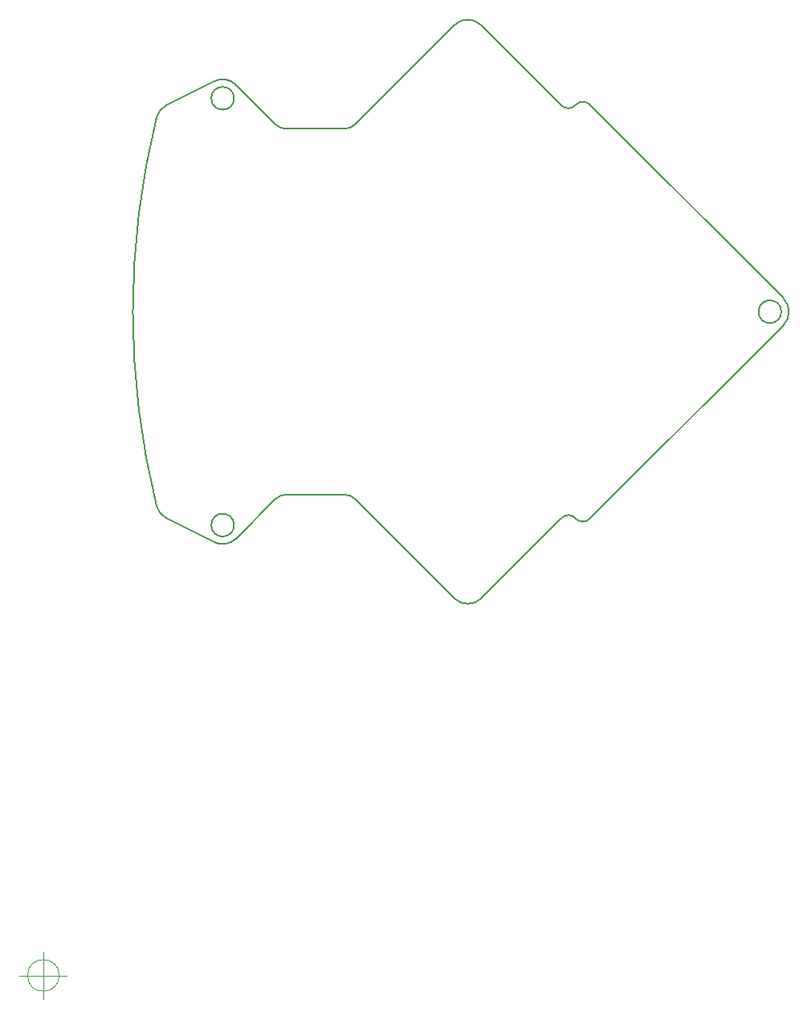
<source format=gm1>
G04 #@! TF.GenerationSoftware,KiCad,Pcbnew,(6.0.1)*
G04 #@! TF.CreationDate,2022-02-25T16:24:57+09:00*
G04 #@! TF.ProjectId,kick-drib-2,6b69636b-2d64-4726-9962-2d322e6b6963,V1.1*
G04 #@! TF.SameCoordinates,Original*
G04 #@! TF.FileFunction,Profile,NP*
%FSLAX46Y46*%
G04 Gerber Fmt 4.6, Leading zero omitted, Abs format (unit mm)*
G04 Created by KiCad (PCBNEW (6.0.1)) date 2022-02-25 16:24:57*
%MOMM*%
%LPD*%
G01*
G04 APERTURE LIST*
G04 #@! TA.AperFunction,Profile*
%ADD10C,0.200000*%
G04 #@! TD*
G04 #@! TA.AperFunction,Profile*
%ADD11C,0.100000*%
G04 #@! TD*
G04 APERTURE END LIST*
D10*
X93094182Y-93185513D02*
G75*
G03*
X91679969Y-93185513I-707106J-707103D01*
G01*
X91564745Y-136760152D02*
G75*
G03*
X90150532Y-136760152I-707107J-707103D01*
G01*
X67299504Y-95731454D02*
G75*
G03*
X68360164Y-95292114I-1J1500002D01*
G01*
X91564745Y-136760152D02*
X91679969Y-136875375D01*
X91679969Y-93185513D02*
X91564745Y-93300736D01*
X61056863Y-134329434D02*
X67299504Y-134329434D01*
X68360164Y-134768774D02*
G75*
G03*
X67299504Y-134329434I-1060661J-1060662D01*
G01*
X81665250Y-84815455D02*
G75*
G03*
X78836823Y-84815455I-1414213J-1414211D01*
G01*
X47439877Y-94563987D02*
G75*
G03*
X47439877Y-135496901I82499231J-20466457D01*
G01*
X78836823Y-145245433D02*
G75*
G03*
X81665250Y-145245433I1414214J1414211D01*
G01*
X47439877Y-135496901D02*
G75*
G03*
X48486608Y-136804192I1941162J481566D01*
G01*
X68360164Y-134768774D02*
X78836823Y-145245433D01*
X91679969Y-136875375D02*
G75*
G03*
X93094182Y-136875375I707107J707103D01*
G01*
X59996203Y-95292114D02*
X55822033Y-91117945D01*
X53513393Y-139317584D02*
G75*
G03*
X55822033Y-138942943I894426J1788856D01*
G01*
X113310687Y-115030444D02*
G75*
G03*
X113310687Y-115030444I-1200000J0D01*
G01*
X48486608Y-136804192D02*
X53513393Y-139317584D01*
X55822033Y-138942943D02*
X59996203Y-134768774D01*
X48486608Y-93256696D02*
G75*
G03*
X47439877Y-94563987I894431J-1788857D01*
G01*
X53513393Y-90743304D02*
X48486608Y-93256696D01*
X59996203Y-95292114D02*
G75*
G03*
X61056863Y-95731454I1060661J1060662D01*
G01*
X81665250Y-145245433D02*
X90150532Y-136760152D01*
X55822033Y-91117945D02*
G75*
G03*
X53513393Y-90743304I-1414214J-1414215D01*
G01*
X61056863Y-134329434D02*
G75*
G03*
X59996203Y-134768774I1J-1500002D01*
G01*
X67299504Y-95731454D02*
X61056863Y-95731454D01*
X90150532Y-93300736D02*
X81665250Y-84815455D01*
X55607819Y-137528730D02*
G75*
G03*
X55607819Y-137528730I-1200000J0D01*
G01*
X55607819Y-92532159D02*
G75*
G03*
X55607819Y-92532159I-1200000J0D01*
G01*
X113524900Y-116444658D02*
G75*
G03*
X113524900Y-113616230I-1414213J1414214D01*
G01*
X78836823Y-84815455D02*
X68360164Y-95292114D01*
X90150532Y-93300736D02*
G75*
G03*
X91564745Y-93300736I707106J707103D01*
G01*
X113524900Y-113616230D02*
X93094182Y-93185513D01*
X93094182Y-136875375D02*
X113524900Y-116444658D01*
D11*
X37166666Y-185000000D02*
G75*
G03*
X37166666Y-185000000I-1666666J0D01*
G01*
X33000000Y-185000000D02*
X38000000Y-185000000D01*
X35500000Y-182500000D02*
X35500000Y-187500000D01*
M02*

</source>
